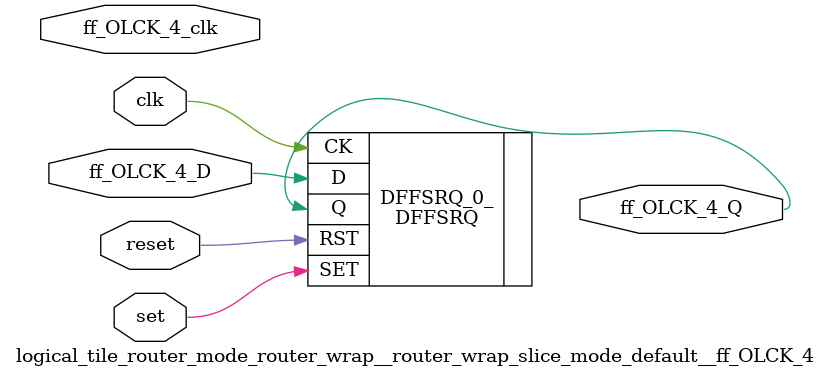
<source format=v>
`default_nettype none

module logical_tile_router_mode_router_wrap__router_wrap_slice_mode_default__ff_OLCK_4(set,
                                                                                       reset,
                                                                                       clk,
                                                                                       ff_OLCK_4_D,
                                                                                       ff_OLCK_4_Q,
                                                                                       ff_OLCK_4_clk);
//----- GLOBAL PORTS -----
input [0:0] set;
//----- GLOBAL PORTS -----
input [0:0] reset;
//----- GLOBAL PORTS -----
input [0:0] clk;
//----- INPUT PORTS -----
input [0:0] ff_OLCK_4_D;
//----- OUTPUT PORTS -----
output [0:0] ff_OLCK_4_Q;
//----- CLOCK PORTS -----
input [0:0] ff_OLCK_4_clk;

//----- BEGIN wire-connection ports -----
wire [0:0] ff_OLCK_4_D;
wire [0:0] ff_OLCK_4_Q;
wire [0:0] ff_OLCK_4_clk;
//----- END wire-connection ports -----


//----- BEGIN Registered ports -----
//----- END Registered ports -----



// ----- BEGIN Local short connections -----
// ----- END Local short connections -----
// ----- BEGIN Local output short connections -----
// ----- END Local output short connections -----

	DFFSRQ DFFSRQ_0_ (
		.SET(set),
		.RST(reset),
		.CK(clk),
		.D(ff_OLCK_4_D),
		.Q(ff_OLCK_4_Q));

endmodule
// ----- END Verilog module for logical_tile_router_mode_router_wrap__router_wrap_slice_mode_default__ff_OLCK_4 -----

//----- Default net type -----
`default_nettype wire




</source>
